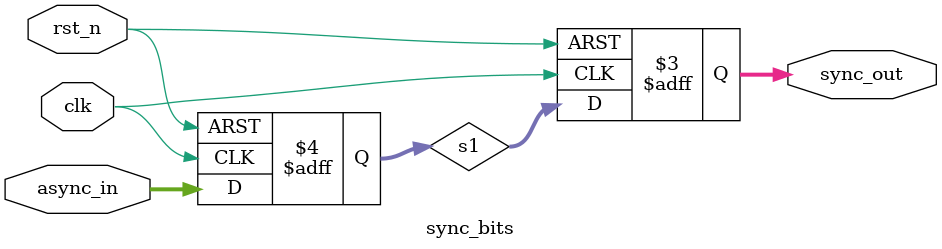
<source format=v>
module sync_bits #(
  parameter WIDTH = 23
)(
  input  wire clk,
  input  wire rst_n,
  input  wire [WIDTH-1:0] async_in,
  output reg  [WIDTH-1:0] sync_out
);
  reg [WIDTH-1:0] s1;
  integer i;
  always @(posedge clk or negedge rst_n) begin
    if (!rst_n) begin
      s1 <= {WIDTH{1'b0}};
      sync_out <= {WIDTH{1'b0}};
    end else begin
      s1 <= async_in;
      sync_out <= s1;
    end
  end
endmodule

</source>
